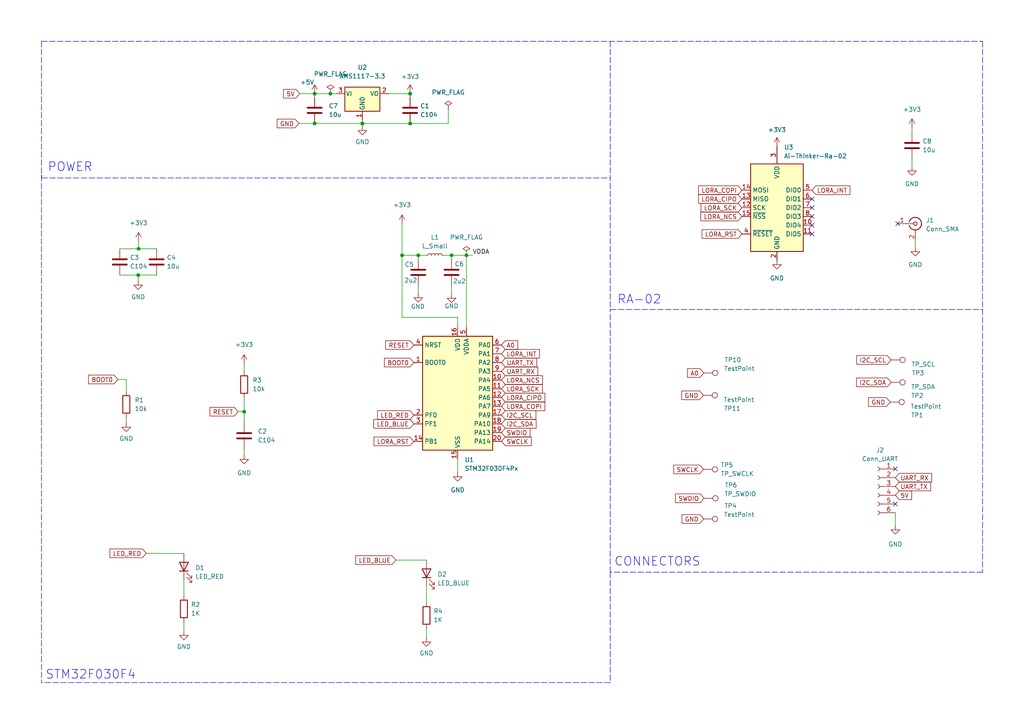
<source format=kicad_sch>
(kicad_sch (version 20211123) (generator eeschema)
  (paper "A4")
  (title_block (title "Dongle") (date "2022-12-22") (rev "v1.0") (company "skuodi"))
  (lib_symbols
    (symbol "Connector:Conn_01x06_Female" (pin_names (offset 1.016) hide)
      (property "Reference" "J" (at 0 7.62 0))
      (property "Value" "Conn_01x06_Female" (at 0 -10.16 0))
      (symbol "Conn_01x06_Female_1_1"
        (arc (start 0 -7.112) (mid -0.508 -7.62) (end 0 -8.128) (stroke (width 0.1524)))
        (arc (start 0 -4.572) (mid -0.508 -5.08) (end 0 -5.588) (stroke (width 0.1524)))
        (arc (start 0 -2.032) (mid -0.508 -2.54) (end 0 -3.048) (stroke (width 0.1524)))
        (polyline (pts (xy -1.27 -7.62) (xy -0.508 -7.62)) (stroke (width 0.1524)))
        (polyline (pts (xy -1.27 -5.08) (xy -0.508 -5.08)) (stroke (width 0.1524)))
        (polyline (pts (xy -1.27 -2.54) (xy -0.508 -2.54)) (stroke (width 0.1524)))
        (polyline (pts (xy -1.27 0) (xy -0.508 0)) (stroke (width 0.1524)))
        (polyline (pts (xy -1.27 2.54) (xy -0.508 2.54)) (stroke (width 0.1524)))
        (polyline (pts (xy -1.27 5.08) (xy -0.508 5.08)) (stroke (width 0.1524)))
        (arc (start 0 0.508) (mid -0.508 0) (end 0 -0.508) (stroke (width 0.1524)))
        (arc (start 0 3.048) (mid -0.508 2.54) (end 0 2.032) (stroke (width 0.1524)))
        (arc (start 0 5.588) (mid -0.508 5.08) (end 0 4.572) (stroke (width 0.1524)))
        (pin passive line (at -5.08 5.08 0) (length 3.81) (name "Pin_1") (number "1"))
        (pin passive line (at -5.08 2.54 0) (length 3.81) (name "Pin_2") (number "2"))
        (pin passive line (at -5.08 0 0) (length 3.81) (name "Pin_3") (number "3"))
        (pin passive line (at -5.08 -2.54 0) (length 3.81) (name "Pin_4") (number "4"))
        (pin passive line (at -5.08 -5.08 0) (length 3.81) (name "Pin_5") (number "5"))
        (pin passive line (at -5.08 -7.62 0) (length 3.81) (name "Pin_6") (number "6"))
      )
    )
    (symbol "Connector:Conn_Coaxial" (pin_names (offset 1.016) hide)
      (property "Reference" "J" (at 0.254 3.048 0))
      (property "Value" "Conn_Coaxial" (at 2.921 0 90))
      (symbol "Conn_Coaxial_0_1"
        (arc (start -1.778 -0.508) (mid 0.2311 -1.8066) (end 1.778 0) (stroke (width 0.254)))
        (polyline (pts (xy -2.54 0) (xy -0.508 0)))
        (polyline (pts (xy 0 -2.54) (xy 0 -1.778)))
        (circle (center 0 0) (radius 0.508) (stroke (width 0.2032)))
        (arc (start 1.778 0) (mid 0.2099 1.8101) (end -1.778 0.508) (stroke (width 0.254)))
      )
      (symbol "Conn_Coaxial_1_1"
        (pin passive line (at -5.08 0 0) (length 2.54) (name "In") (number "1"))
        (pin passive line (at 0 -5.08 90) (length 2.54) (name "Ext") (number "2"))
      )
    )
    (symbol "Connector:TestPoint" (pin_numbers hide) (pin_names (offset 0.762) hide)
      (property "Reference" "TP" (at 0 6.858 0))
      (property "Value" "TestPoint" (at 0 5.08 0))
      (symbol "TestPoint_0_1"
        (circle (center 0 3.302) (radius 0.762))
      )
      (symbol "TestPoint_1_1"
        (pin passive line (at 0 0 90) (length 2.54) (name "1") (number "1"))
      )
    )
    (symbol "Device:C" (pin_numbers hide) (pin_names (offset 0.254))
      (property "Reference" "C" (at 0.635 2.54 0))
      (property "Value" "C" (at 0.635 -2.54 0))
      (symbol "C_0_1"
        (polyline (pts (xy -2.032 -0.762) (xy 2.032 -0.762)) (stroke (width 0.508)))
        (polyline (pts (xy -2.032 0.762) (xy 2.032 0.762)) (stroke (width 0.508)))
      )
      (symbol "C_1_1"
        (pin passive line (at 0 3.81 270) (length 2.794) (name "~") (number "1"))
        (pin passive line (at 0 -3.81 90) (length 2.794) (name "~") (number "2"))
      )
    )
    (symbol "Device:LED" (pin_numbers hide) (pin_names (offset 1.016) hide)
      (property "Reference" "D" (at 0 2.54 0))
      (property "Value" "LED" (at 0 -2.54 0))
      (symbol "LED_0_1"
        (polyline (pts (xy -1.27 -1.27) (xy -1.27 1.27)) (stroke (width 0.254)))
        (polyline (pts (xy -1.27 0) (xy 1.27 0)))
        (polyline (pts (xy 1.27 -1.27) (xy 1.27 1.27) (xy -1.27 0) (xy 1.27 -1.27)) (stroke (width 0.254)))
        (polyline (pts (xy -3.048 -0.762) (xy -4.572 -2.286) (xy -3.81 -2.286) (xy -4.572 -2.286) (xy -4.572 -1.524)))
        (polyline (pts (xy -1.778 -0.762) (xy -3.302 -2.286) (xy -2.54 -2.286) (xy -3.302 -2.286) (xy -3.302 -1.524)))
      )
      (symbol "LED_1_1"
        (pin passive line (at -3.81 0 0) (length 2.54) (name "K") (number "1"))
        (pin passive line (at 3.81 0 180) (length 2.54) (name "A") (number "2"))
      )
    )
    (symbol "Device:L_Small" (pin_numbers hide) (pin_names (offset 0.254) hide)
      (property "Reference" "L" (at 0.762 1.016 0))
      (property "Value" "L_Small" (at 0.762 -1.016 0))
      (symbol "L_Small_0_1"
        (arc (start 0 -2.032) (mid 0.508 -1.524) (end 0 -1.016))
        (arc (start 0 -1.016) (mid 0.508 -0.508) (end 0 0))
        (arc (start 0 0) (mid 0.508 0.508) (end 0 1.016))
        (arc (start 0 1.016) (mid 0.508 1.524) (end 0 2.032))
      )
      (symbol "L_Small_1_1"
        (pin passive line (at 0 2.54 270) (length 0.508) (name "~") (number "1"))
        (pin passive line (at 0 -2.54 90) (length 0.508) (name "~") (number "2"))
      )
    )
    (symbol "Device:R" (pin_numbers hide) (pin_names (offset 0))
      (property "Reference" "R" (at 2.032 0 90))
      (property "Value" "R" (at 0 0 90))
      (symbol "R_0_1"
        (rectangle (start -1.016 -2.54) (end 1.016 2.54) (stroke (width 0.254)))
      )
      (symbol "R_1_1"
        (pin passive line (at 0 3.81 270) (length 1.27) (name "~") (number "1"))
        (pin passive line (at 0 -3.81 90) (length 1.27) (name "~") (number "2"))
      )
    )
    (symbol "MCU_ST_STM32F0:STM32F030F4Px"
      (property "Reference" "U" (at -10.16 16.51 0))
      (property "Value" "STM32F030F4Px" (at 5.08 16.51 0))
      (symbol "STM32F030F4Px_0_1"
        (rectangle (start -10.16 -17.78) (end 10.16 15.24) (stroke (width 0.254)) (fill (type background)))
      )
      (symbol "STM32F030F4Px_1_1"
        (pin input line (at -12.7 7.62 0) (length 2.54) (name "BOOT0") (number "1"))
        (pin bidirectional line (at 12.7 2.54 180) (length 2.54) (name "PA4") (number "10"))
        (pin bidirectional line (at 12.7 0 180) (length 2.54) (name "PA5") (number "11"))
        (pin bidirectional line (at 12.7 -2.54 180) (length 2.54) (name "PA6") (number "12"))
        (pin bidirectional line (at 12.7 -5.08 180) (length 2.54) (name "PA7") (number "13"))
        (pin bidirectional line (at -12.7 -15.24 0) (length 2.54) (name "PB1") (number "14"))
        (pin power_in line (at 0 -20.32 90) (length 2.54) (name "VSS") (number "15"))
        (pin power_in line (at 0 17.78 270) (length 2.54) (name "VDD") (number "16"))
        (pin bidirectional line (at 12.7 -7.62 180) (length 2.54) (name "PA9") (number "17"))
        (pin bidirectional line (at 12.7 -10.16 180) (length 2.54) (name "PA10") (number "18"))
        (pin bidirectional line (at 12.7 -12.7 180) (length 2.54) (name "PA13") (number "19"))
        (pin input line (at -12.7 -7.62 0) (length 2.54) (name "PF0") (number "2"))
        (pin bidirectional line (at 12.7 -15.24 180) (length 2.54) (name "PA14") (number "20"))
        (pin input line (at -12.7 -10.16 0) (length 2.54) (name "PF1") (number "3"))
        (pin input line (at -12.7 12.7 0) (length 2.54) (name "NRST") (number "4"))
        (pin power_in line (at 2.54 17.78 270) (length 2.54) (name "VDDA") (number "5"))
        (pin bidirectional line (at 12.7 12.7 180) (length 2.54) (name "PA0") (number "6"))
        (pin bidirectional line (at 12.7 10.16 180) (length 2.54) (name "PA1") (number "7"))
        (pin bidirectional line (at 12.7 7.62 180) (length 2.54) (name "PA2") (number "8"))
        (pin bidirectional line (at 12.7 5.08 180) (length 2.54) (name "PA3") (number "9"))
      )
    )
    (symbol "RF_Module:Ai-Thinker-Ra-02"
      (property "Reference" "U" (at 2.54 19.05 0))
      (property "Value" "Ai-Thinker-Ra-02" (at 13.97 -15.24 0))
      (symbol "Ai-Thinker-Ra-02_0_1"
        (rectangle (start -7.62 12.7) (end 7.62 -12.7) (stroke (width 0.254)) (fill (type background)))
      )
      (symbol "Ai-Thinker-Ra-02_1_1"
        (pin passive line (at 0 -15.24 90) (length 2.54) hide (name "GND") (number "1"))
        (pin bidirectional line (at 10.16 -5.08 180) (length 2.54) (name "DIO4") (number "10"))
        (pin bidirectional line (at 10.16 -7.62 180) (length 2.54) (name "DIO5") (number "11"))
        (pin input line (at -10.16 0 0) (length 2.54) (name "SCK") (number "12"))
        (pin output line (at -10.16 2.54 0) (length 2.54) (name "MISO") (number "13"))
        (pin input line (at -10.16 5.08 0) (length 2.54) (name "MOSI") (number "14"))
        (pin input line (at -10.16 -2.54 0) (length 2.54) (name "~{NSS}") (number "15"))
        (pin passive line (at 0 -15.24 90) (length 2.54) hide (name "GND") (number "16"))
        (pin power_in line (at 0 -15.24 90) (length 2.54) (name "GND") (number "2"))
        (pin power_in line (at 0 17.78 270) (length 5.08) (name "VDD") (number "3"))
        (pin input line (at -10.16 -7.62 0) (length 2.54) (name "~{RESET}") (number "4"))
        (pin bidirectional line (at 10.16 5.08 180) (length 2.54) (name "DIO0") (number "5"))
        (pin bidirectional line (at 10.16 2.54 180) (length 2.54) (name "DIO1") (number "6"))
        (pin bidirectional line (at 10.16 0 180) (length 2.54) (name "DIO2") (number "7"))
        (pin bidirectional line (at 10.16 -2.54 180) (length 2.54) (name "DIO3") (number "8"))
        (pin passive line (at 0 -15.24 90) (length 2.54) hide (name "GND") (number "9"))
      )
    )
    (symbol "Regulator_Linear:AMS1117-3.3" (pin_names (offset 0.254))
      (property "Reference" "U" (at -3.81 3.175 0))
      (property "Value" "AMS1117-3.3" (at 0 3.175 0))
      (symbol "AMS1117-3.3_0_1"
        (rectangle (start -5.08 -5.08) (end 5.08 1.905) (stroke (width 0.254)) (fill (type background)))
      )
      (symbol "AMS1117-3.3_1_1"
        (pin power_in line (at 0 -7.62 90) (length 2.54) (name "GND") (number "1"))
        (pin power_out line (at 7.62 0 180) (length 2.54) (name "VO") (number "2"))
        (pin power_in line (at -7.62 0 0) (length 2.54) (name "VI") (number "3"))
      )
    )
    (symbol "power:+3.3V" (power) (pin_names (offset 0))
      (property "Value" "+3.3V" (at 0 3.556 0))
      (symbol "+3.3V_0_1"
        (polyline (pts (xy -0.762 1.27) (xy 0 2.54)))
        (polyline (pts (xy 0 0) (xy 0 2.54)))
        (polyline (pts (xy 0 2.54) (xy 0.762 1.27)))
      )
      (symbol "+3.3V_1_1"
        (pin power_in line (at 0 0 90) (length 0) hide (name "+3V3") (number "1"))
      )
    )
    (symbol "power:+3V3" (power) (pin_names (offset 0))
      (property "Value" "+3V3" (at 0 3.556 0))
      (symbol "+3V3_0_1"
        (polyline (pts (xy -0.762 1.27) (xy 0 2.54)))
        (polyline (pts (xy 0 0) (xy 0 2.54)))
        (polyline (pts (xy 0 2.54) (xy 0.762 1.27)))
      )
      (symbol "+3V3_1_1"
        (pin power_in line (at 0 0 90) (length 0) hide (name "+3V3") (number "1"))
      )
    )
    (symbol "power:+5V" (power) (pin_names (offset 0))
      (property "Value" "+5V" (at 0 3.556 0))
      (symbol "+5V_0_1"
        (polyline (pts (xy -0.762 1.27) (xy 0 2.54)))
        (polyline (pts (xy 0 0) (xy 0 2.54)))
        (polyline (pts (xy 0 2.54) (xy 0.762 1.27)))
      )
      (symbol "+5V_1_1"
        (pin power_in line (at 0 0 90) (length 0) hide (name "+5V") (number "1"))
      )
    )
    (symbol "power:GND" (power) (pin_names (offset 0))
      (property "Value" "GND" (at 0 -3.81 0))
      (symbol "GND_0_1"
        (polyline (pts (xy 0 0) (xy 0 -1.27) (xy 1.27 -1.27) (xy 0 -2.54) (xy -1.27 -1.27) (xy 0 -1.27)))
      )
      (symbol "GND_1_1"
        (pin power_in line (at 0 0 270) (length 0) hide (name "GND") (number "1"))
      )
    )
    (symbol "power:PWR_FLAG" (power) (pin_numbers hide) (pin_names (offset 0) hide)
      (property "Value" "PWR_FLAG" (at 0 3.81 0))
      (symbol "PWR_FLAG_0_0"
        (pin power_out line (at 0 0 90) (length 0) (name "pwr") (number "1"))
      )
      (symbol "PWR_FLAG_0_1"
        (polyline (pts (xy 0 0) (xy 0 1.27) (xy -1.016 1.905) (xy 0 2.54) (xy 1.016 1.905) (xy 0 1.27)))
      )
    )
  )
  (junction (at 121.3104 74.041))
  (junction (at 105.1052 35.8167))
  (junction (at 95.8342 27.178))
  (junction (at 40.1847 72.1614))
  (junction (at 105.1052 35.814))
  (junction (at 91.2622 35.814))
  (junction (at 40.0812 79.7814))
  (junction (at 116.6114 74.041))
  (junction (at 135.2804 74.041))
  (junction (at 130.9624 74.041))
  (junction (at 91.2622 27.178))
  (junction (at 70.8152 119.4101))
  (junction (at 118.9482 35.8167))
  (junction (at 118.9482 27.178))
  (junction (at 118.9482 27.1807))
  (no_connect (at 260.4008 64.8716))
  (no_connect (at 235.5088 67.8688))
  (no_connect (at 235.5088 60.2488))
  (no_connect (at 235.5088 62.7888))
  (no_connect (at 235.5088 65.3288))
  (no_connect (at 235.5088 57.7088))
  (no_connect (at 259.6896 146.177))
  (no_connect (at 259.6896 136.017))
  (polyline (pts (xy 12.0904 51.6128) (xy 176.9872 51.6128)))
  (wire (pts (xy 40.1847 72.1614) (xy 45.4152 72.1614)))
  (wire (pts (xy 105.1052 34.798) (xy 105.1052 35.814)))
  (wire (pts (xy 34.7472 72.1614) (xy 40.1847 72.1614)))
  (wire (pts (xy 118.9482 27.178) (xy 118.9482 27.1807)))
  (wire (pts (xy 132.7404 94.996) (xy 132.7404 92.0273)))
  (wire (pts (xy 118.9482 27.1807) (xy 118.9482 28.1967)))
  (wire (pts (xy 40.1847 70.0024) (xy 40.1847 72.1614)))
  (wire (pts (xy 116.6114 74.041) (xy 121.3104 74.041)))
  (wire (pts (xy 116.6114 74.041) (xy 116.6114 92.0273)))
  (wire (pts (xy 130.9624 82.804) (xy 130.9624 85.217)))
  (polyline (pts (xy 284.988 165.9636) (xy 176.9872 165.9636)))
  (wire (pts (xy 132.7404 137.033) (xy 132.7404 133.096)))
  (wire (pts (xy 121.3104 74.041) (xy 121.3104 75.184)))
  (wire (pts (xy 42.418 160.4811) (xy 53.34 160.5534)))
  (wire (pts (xy 91.2622 27.178) (xy 91.2622 28.194)))
  (wire (pts (xy 259.6896 152.4) (xy 259.6896 148.717)))
  (wire (pts (xy 114.808 162.4545) (xy 123.698 162.4545)))
  (polyline (pts (xy 176.9872 197.9676) (xy 12.0396 197.9676)))
  (wire (pts (xy 36.6268 122.6312) (xy 36.6268 121.1072)))
  (wire (pts (xy 116.6114 92.0273) (xy 132.7404 92.0273)))
  (wire (pts (xy 70.8152 119.4101) (xy 70.8152 122.5804)))
  (wire (pts (xy 69.0786 119.4101) (xy 70.8152 119.4101)))
  (wire (pts (xy 264.5156 46.0248) (xy 264.5156 48.3108)))
  (wire (pts (xy 265.4808 69.9516) (xy 265.4808 71.7296)))
  (wire (pts (xy 130.9624 74.041) (xy 128.6764 74.041)))
  (wire (pts (xy 91.2622 35.814) (xy 105.1052 35.814)))
  (wire (pts (xy 70.8152 115.3414) (xy 70.8152 119.4101)))
  (wire (pts (xy 123.5964 74.041) (xy 121.3104 74.041)))
  (wire (pts (xy 264.5156 37.0332) (xy 264.5156 38.4048)))
  (wire (pts (xy 118.9482 35.8167) (xy 105.1052 35.8167)))
  (wire (pts (xy 91.2622 27.178) (xy 95.8342 27.178)))
  (polyline (pts (xy 176.9872 11.9888) (xy 176.9872 89.7636)))
  (wire (pts (xy 130.0157 35.8167) (xy 118.9482 35.8167)))
  (wire (pts (xy 105.1052 35.814) (xy 105.1052 35.8167)))
  (wire (pts (xy 53.34 168.1734) (xy 53.34 172.8001)))
  (wire (pts (xy 137.0584 74.041) (xy 135.2804 74.041)))
  (wire (pts (xy 135.2804 94.996) (xy 135.2804 74.041)))
  (polyline (pts (xy 176.9872 89.7636) (xy 284.988 89.7636)))
  (polyline (pts (xy 12.0396 11.9888) (xy 284.988 11.9888)))
  (polyline (pts (xy 284.988 11.9888) (xy 284.988 165.9636)))
  (wire (pts (xy 86.6902 35.814) (xy 91.2622 35.814)))
  (wire (pts (xy 130.0157 31.8768) (xy 130.0157 35.8167)))
  (wire (pts (xy 95.8342 27.178) (xy 97.4852 27.178)))
  (polyline (pts (xy 176.9872 165.9636) (xy 176.9872 89.7636)))
  (wire (pts (xy 70.8152 105.4354) (xy 70.8152 107.7214)))
  (wire (pts (xy 34.2138 110.0582) (xy 36.6268 110.0582)))
  (wire (pts (xy 40.0812 79.7814) (xy 45.4152 79.7814)))
  (wire (pts (xy 112.7252 27.178) (xy 118.9482 27.178)))
  (wire (pts (xy 53.34 183.0324) (xy 53.34 180.4201)))
  (wire (pts (xy 123.698 184.9335) (xy 123.698 182.3212)))
  (wire (pts (xy 36.6268 110.0582) (xy 36.6268 113.4872)))
  (polyline (pts (xy 176.9872 165.9636) (xy 176.9872 197.9676)))
  (wire (pts (xy 86.9442 27.178) (xy 91.2622 27.178)))
  (polyline (pts (xy 12.0396 11.9888) (xy 12.0396 197.9676)))
  (wire (pts (xy 121.3104 82.804) (xy 121.3104 85.09)))
  (wire (pts (xy 40.0812 79.7814) (xy 40.0812 81.4324)))
  (polyline (pts (xy 12.0904 50.7492) (xy 12.0904 51.6128)))
  (wire (pts (xy 105.1052 35.8167) (xy 105.1052 36.576)))
  (wire (pts (xy 130.9624 75.184) (xy 130.9624 74.041)))
  (wire (pts (xy 40.0812 79.7814) (xy 34.7472 79.7814)))
  (wire (pts (xy 70.8152 131.9784) (xy 70.8152 130.2004)))
  (wire (pts (xy 123.698 170.0745) (xy 123.698 174.7012)))
  (wire (pts (xy 116.6114 64.897) (xy 116.6114 74.041)))
  (wire (pts (xy 135.2804 74.041) (xy 130.9624 74.041)))
  (text "STM32F030F4" (at 13.1572 197.2564 0) (effects (font (size 2.54 2.54)) (justify left bottom)))
  (text "CONNECTORS\n" (at 178.1048 164.4904 0) (effects (font (size 2.54 2.54)) (justify left bottom)))
  (text "RA-02\n" (at 178.9684 88.4428 0) (effects (font (size 2.54 2.54)) (justify left bottom)))
  (text "POWER" (at 13.7668 50.038 0) (effects (font (size 2.54 2.54)) (justify left bottom)))
  (label "VDDA" (at 137.0584 74.041 0))
  (global_label "I2C_SDA" (shape input) (at 258.4704 110.8964 180) (property "Intersheet References" "${INTERSHEET_REFS}" (effects hide)))
  (global_label "LORA_COPI" (shape input) (at 145.4404 117.856 0) (property "Intersheet References" "${INTERSHEET_REFS}" (effects hide)))
  (global_label "I2C_SDA" (shape input) (at 145.4404 122.936 0) (property "Intersheet References" "${INTERSHEET_REFS}" (effects hide)))
  (global_label "I2C_SCL" (shape input) (at 145.4404 120.396 0) (property "Intersheet References" "${INTERSHEET_REFS}" (effects hide)))
  (global_label "SWCLK" (shape input) (at 145.4404 128.016 0) (property "Intersheet References" "${INTERSHEET_REFS}" (effects hide)))
  (global_label "UART_RX" (shape input) (at 145.4404 107.696 0) (property "Intersheet References" "${INTERSHEET_REFS}" (effects hide)))
  (global_label "A0" (shape input) (at 204.1398 108.1786 180) (property "Intersheet References" "${INTERSHEET_REFS}" (effects hide)))
  (global_label "RESET" (shape input) (at 69.0786 119.4101 180) (property "Intersheet References" "${INTERSHEET_REFS}" (effects hide)))
  (global_label "BOOT0" (shape input) (at 120.0404 105.156 180) (property "Intersheet References" "${INTERSHEET_REFS}" (effects hide)))
  (global_label "LORA_COPI" (shape input) (at 215.1888 55.1688 180) (property "Intersheet References" "${INTERSHEET_REFS}" (effects hide)))
  (global_label "LORA_CIPO" (shape input) (at 145.4404 115.316 0) (property "Intersheet References" "${INTERSHEET_REFS}" (effects hide)))
  (global_label "UART_RX" (shape input) (at 259.6896 138.557 0) (property "Intersheet References" "${INTERSHEET_REFS}" (effects hide)))
  (global_label "GND" (shape input) (at 204.0128 114.6556 180) (property "Intersheet References" "${INTERSHEET_REFS}" (effects hide)))
  (global_label "SWDIO" (shape input) (at 145.4404 125.476 0) (property "Intersheet References" "${INTERSHEET_REFS}" (effects hide)))
  (global_label "RESET" (shape input) (at 120.0404 100.076 180) (property "Intersheet References" "${INTERSHEET_REFS}" (effects hide)))
  (global_label "LORA_RST" (shape input) (at 215.1888 67.8688 180) (property "Intersheet References" "${INTERSHEET_REFS}" (effects hide)))
  (global_label "LED_BLUE" (shape input) (at 114.808 162.4545 180) (property "Intersheet References" "${INTERSHEET_REFS}" (effects hide)))
  (global_label "LORA_SCK" (shape input) (at 145.4404 112.776 0) (property "Intersheet References" "${INTERSHEET_REFS}" (effects hide)))
  (global_label "GND" (shape input) (at 204.089 150.5204 180) (property "Intersheet References" "${INTERSHEET_REFS}" (effects hide)))
  (global_label "UART_TX" (shape input) (at 145.4404 105.156 0) (property "Intersheet References" "${INTERSHEET_REFS}" (effects hide)))
  (global_label "LED_RED" (shape input) (at 120.0404 120.396 180) (property "Intersheet References" "${INTERSHEET_REFS}" (effects hide)))
  (global_label "LORA_SCK" (shape input) (at 215.1888 60.2488 180) (property "Intersheet References" "${INTERSHEET_REFS}" (effects hide)))
  (global_label "LED_BLUE" (shape input) (at 120.0404 122.936 180) (property "Intersheet References" "${INTERSHEET_REFS}" (effects hide)))
  (global_label "GND" (shape input) (at 258.2164 116.6114 180) (property "Intersheet References" "${INTERSHEET_REFS}" (effects hide)))
  (global_label "LORA_NCS" (shape input) (at 215.1888 62.7888 180) (property "Intersheet References" "${INTERSHEET_REFS}" (effects hide)))
  (global_label "SWDIO" (shape input) (at 204.216 144.526 180) (property "Intersheet References" "${INTERSHEET_REFS}" (effects hide)))
  (global_label "LORA_NCS" (shape input) (at 145.4404 110.236 0) (property "Intersheet References" "${INTERSHEET_REFS}" (effects hide)))
  (global_label "I2C_SCL" (shape input) (at 258.4704 104.394 180) (property "Intersheet References" "${INTERSHEET_REFS}" (effects hide)))
  (global_label "BOOT0" (shape input) (at 34.2138 110.0582 180) (property "Intersheet References" "${INTERSHEET_REFS}" (effects hide)))
  (global_label "A0" (shape input) (at 145.4404 100.076 0) (property "Intersheet References" "${INTERSHEET_REFS}" (effects hide)))
  (global_label "LED_RED" (shape input) (at 42.418 160.4811 180) (property "Intersheet References" "${INTERSHEET_REFS}" (effects hide)))
  (global_label "LORA_CIPO" (shape input) (at 215.1888 57.7088 180) (property "Intersheet References" "${INTERSHEET_REFS}" (effects hide)))
  (global_label "LORA_INT" (shape input) (at 145.4404 102.616 0) (property "Intersheet References" "${INTERSHEET_REFS}" (effects hide)))
  (global_label "SWCLK" (shape input) (at 204.0636 136.144 180) (property "Intersheet References" "${INTERSHEET_REFS}" (effects hide)))
  (global_label "LORA_INT" (shape input) (at 235.5088 55.1688 0) (property "Intersheet References" "${INTERSHEET_REFS}" (effects hide)))
  (global_label "GND" (shape input) (at 86.6902 35.814 180) (property "Intersheet References" "${INTERSHEET_REFS}" (effects hide)))
  (global_label "UART_TX" (shape input) (at 259.6896 141.097 0) (property "Intersheet References" "${INTERSHEET_REFS}" (effects hide)))
  (global_label "LORA_RST" (shape input) (at 120.0404 128.016 180) (property "Intersheet References" "${INTERSHEET_REFS}" (effects hide)))
  (global_label "5V" (shape input) (at 259.6896 143.637 0) (property "Intersheet References" "${INTERSHEET_REFS}" (effects hide)))
  (global_label "5V" (shape input) (at 86.9442 27.178 180) (property "Intersheet References" "${INTERSHEET_REFS}" (effects hide)))
  (symbol (lib_id "power:+5V") (at 91.2622 27.178 0) (unit 1)
    (property "Reference" "#PWR012" (effects hide))
    (property "Value" "+5V" (at 89.1032 23.876 0))
  )
  (symbol (lib_id "power:+3.3V") (at 116.6114 64.897 0) (unit 1)
    (property "Reference" "#PWR07" (effects hide))
    (property "Value" "+3.3V" (at 116.6114 59.436 0))
  )
  (symbol (lib_id "Device:R") (at 53.34 176.6101 0) (unit 1)
    (property "Reference" "R2" (at 55.372 175.34 0) (effects (justify left)))
    (property "Value" "1K" (at 55.372 177.88 0) (effects (justify left)))
    (property "Footprint" "Resistor_SMD:R_0805_2012Metric_Pad1.20x1.40mm_HandSolder" (effects hide))
  )
  (symbol (lib_id "Connector:TestPoint") (at 258.4704 104.394 270) (unit 1)
    (property "Reference" "TP3" (at 264.4394 108.204 90) (effects (justify left)))
    (property "Value" "TP_SCL" (at 264.3124 105.6639 90) (effects (justify left)))
    (property "Footprint" "TestPoint:TestPoint_Pad_D1.5mm" (effects hide))
  )
  (symbol (lib_id "Connector:TestPoint") (at 258.2164 116.6114 270) (unit 1)
    (property "Reference" "TP1" (at 264.1854 120.4214 90) (effects (justify left)))
    (property "Value" "TestPoint" (at 264.0584 117.8813 90) (effects (justify left)))
    (property "Footprint" "TestPoint:TestPoint_Pad_D1.5mm" (effects hide))
  )
  (symbol (lib_id "Connector:TestPoint") (at 204.0128 114.6556 270) (unit 1)
    (property "Reference" "TP11" (at 209.9818 118.4656 90) (effects (justify left)))
    (property "Value" "TestPoint" (at 209.8548 115.9255 90) (effects (justify left)))
    (property "Footprint" "TestPoint:TestPoint_Pad_D1.5mm" (effects hide))
  )
  (symbol (lib_id "MCU_ST_STM32F0:STM32F030F4Px") (at 132.7404 112.776 0) (unit 1)
    (property "Reference" "U1" (at 134.7598 133.35 0) (effects (justify left)))
    (property "Value" "STM32F030F4Px" (at 134.7598 135.89 0) (effects (justify left)))
    (property "Footprint" "Package_SO:TSSOP-20_4.4x6.5mm_P0.65mm" (effects hide))
    (property "Datasheet" "http://www.st.com/st-web-ui/static/active/en/resource/technical/document/datasheet/DM00088500.pdf" (effects hide))
  )
  (symbol (lib_id "power:GND") (at 36.6268 122.6312 0) (unit 1)
    (property "Reference" "#PWR01" (effects hide))
    (property "Value" "GND" (at 36.6268 127.2032 0))
  )
  (symbol (lib_id "power:PWR_FLAG") (at 135.2804 74.041 0) (unit 1)
    (property "Reference" "#FLG02" (effects hide))
    (property "Value" "PWR_FLAG" (at 135.2804 68.834 0))
  )
  (symbol (lib_id "power:+3.3V") (at 118.9482 27.178 0) (unit 1)
    (property "Reference" "#PWR015" (effects hide))
    (property "Value" "+3.3V" (at 118.9482 22.225 0))
  )
  (symbol (lib_id "power:GND") (at 40.0812 81.4324 0) (unit 1)
    (property "Reference" "#PWR03" (effects hide))
    (property "Value" "GND" (at 40.0812 86.1314 0))
  )
  (symbol (lib_id "Device:C") (at 118.9482 32.0067 0) (unit 1)
    (property "Reference" "C1" (at 121.8692 30.7366 0) (effects (justify left)))
    (property "Value" "C104" (at 121.8692 33.2766 0) (effects (justify left)))
    (property "Footprint" "Capacitor_SMD:C_0805_2012Metric_Pad1.18x1.45mm_HandSolder" (effects hide))
  )
  (symbol (lib_id "power:GND") (at 259.6896 152.4 0) (unit 1)
    (property "Reference" "#PWR014" (effects hide))
    (property "Value" "GND" (at 259.6896 157.861 0))
  )
  (symbol (lib_id "Device:L_Small") (at 126.1364 74.041 90) (unit 1)
    (property "Reference" "L1" (at 126.1364 68.834 90))
    (property "Value" "L_Small" (at 126.1364 71.374 90))
    (property "Footprint" "Inductor_SMD:L_0805_2012Metric_Pad1.15x1.40mm_HandSolder" (effects hide))
  )
  (symbol (lib_id "power:+3V3") (at 264.5156 37.0332 0) (unit 1)
    (property "Reference" "#PWR?" (effects hide))
    (property "Value" "+3V3" (at 264.5156 31.75 0))
  )
  (symbol (lib_id "power:+3.3V") (at 40.1847 70.0024 0) (unit 1)
    (property "Reference" "#PWR04" (effects hide))
    (property "Value" "+3.3V" (at 40.1847 64.6684 0))
  )
  (symbol (lib_id "Device:C") (at 130.9624 78.994 0) (unit 1)
    (property "Reference" "C6" (at 131.8514 76.581 0) (effects (justify left)))
    (property "Value" "2u2" (at 131.3434 81.534 0) (effects (justify left)))
    (property "Footprint" "Capacitor_SMD:C_0805_2012Metric_Pad1.18x1.45mm_HandSolder" (effects hide))
  )
  (symbol (lib_id "power:+3.3V") (at 70.8152 105.4354 0) (unit 1)
    (property "Reference" "#PWR05" (effects hide))
    (property "Value" "+3.3V" (at 70.8152 99.9744 0))
  )
  (symbol (lib_id "power:GND") (at 123.698 184.9335 0) (unit 1)
    (property "Reference" "#PWR011" (effects hide))
    (property "Value" "GND" (at 123.698 189.4508 0))
  )
  (symbol (lib_id "power:GND") (at 53.34 183.0324 0) (unit 1)
    (property "Reference" "#PWR02" (effects hide))
    (property "Value" "GND" (at 53.34 187.5497 0))
  )
  (symbol (lib_id "Connector:Conn_01x06_Female") (at 254.6096 141.097 0) (mirror y) (unit 1)
    (property "Reference" "J2" (at 255.2446 130.556 0))
    (property "Value" "Conn_UART" (at 255.2446 133.096 0))
    (property "Footprint" "Connector_PinSocket_2.54mm:PinSocket_1x06_P2.54mm_Horizontal" (effects hide))
  )
  (symbol (lib_id "Device:LED") (at 53.34 164.3634 90) (unit 1)
    (property "Reference" "D1" (at 56.642 164.6808 90) (effects (justify right)))
    (property "Value" "LED_RED" (at 56.642 167.2208 90) (effects (justify right)))
    (property "Footprint" "LED_SMD:LED_0805_2012Metric_Pad1.15x1.40mm_HandSolder" (effects hide))
  )
  (symbol (lib_id "power:PWR_FLAG") (at 130.0157 31.8768 0) (mirror y) (unit 1)
    (property "Reference" "#FLG01" (effects hide))
    (property "Value" "PWR_FLAG" (at 130.0157 26.7968 0))
  )
  (symbol (lib_id "Device:C") (at 70.8152 126.3904 0) (unit 1)
    (property "Reference" "C2" (at 74.7522 125.1203 0) (effects (justify left)))
    (property "Value" "C104" (at 74.7522 127.6603 0) (effects (justify left)))
    (property "Footprint" "Capacitor_SMD:C_0805_2012Metric_Pad1.18x1.45mm_HandSolder" (effects hide))
  )
  (symbol (lib_id "power:GND") (at 121.3104 85.09 0) (unit 1)
    (property "Reference" "#PWR08" (effects hide))
    (property "Value" "GND" (at 121.1834 88.9 0))
  )
  (symbol (lib_id "Connector:TestPoint") (at 204.089 150.5204 270) (mirror x) (unit 1)
    (property "Reference" "TP4" (at 210.058 146.7104 90) (effects (justify left)))
    (property "Value" "TestPoint" (at 209.931 149.2505 90) (effects (justify left)))
    (property "Footprint" "TestPoint:TestPoint_Pad_D1.5mm" (effects hide))
  )
  (symbol (lib_id "power:PWR_FLAG") (at 95.8342 27.178 0) (unit 1)
    (property "Reference" "#FLG03" (effects hide))
    (property "Value" "PWR_FLAG" (at 95.8342 21.463 0))
  )
  (symbol (lib_id "Connector:TestPoint") (at 204.1398 108.1786 270) (mirror x) (unit 1)
    (property "Reference" "TP10" (at 210.1088 104.3686 90) (effects (justify left)))
    (property "Value" "TestPoint" (at 209.9818 106.9087 90) (effects (justify left)))
    (property "Footprint" "TestPoint:TestPoint_Pad_D1.5mm" (effects hide))
  )
  (symbol (lib_id "Connector:Conn_Coaxial") (at 265.4808 64.8716 0) (unit 1)
    (property "Reference" "J1" (at 268.5288 63.8947 0) (effects (justify left)))
    (property "Value" "Conn_SMA" (at 268.5288 66.4347 0) (effects (justify left)))
    (property "Footprint" "Connector_Coaxial:SMA_Amphenol_901-144_Vertical" (effects hide))
    (property "Datasheet" " ~" (effects hide))
  )
  (symbol (lib_id "Device:C") (at 121.3104 78.994 0) (unit 1)
    (property "Reference" "C5" (at 117.3734 76.708 0) (effects (justify left)))
    (property "Value" "2u2" (at 117.2464 81.28 0) (effects (justify left)))
    (property "Footprint" "Capacitor_SMD:C_0805_2012Metric_Pad1.18x1.45mm_HandSolder" (effects hide))
  )
  (symbol (lib_id "Connector:TestPoint") (at 204.0636 136.144 270) (unit 1)
    (property "Reference" "TP5" (at 209.0166 134.8739 90) (effects (justify left)))
    (property "Value" "TP_SWCLK" (at 209.0166 137.4139 90) (effects (justify left)))
    (property "Footprint" "TestPoint:TestPoint_Pad_D1.5mm" (effects hide))
  )
  (symbol (lib_id "Device:C") (at 45.4152 75.9714 0) (unit 1)
    (property "Reference" "C4" (at 48.3362 74.7013 0) (effects (justify left)))
    (property "Value" "10u" (at 48.3362 77.2413 0) (effects (justify left)))
    (property "Footprint" "Capacitor_SMD:C_0805_2012Metric_Pad1.18x1.45mm_HandSolder" (effects hide))
  )
  (symbol (lib_id "RF_Module:Ai-Thinker-Ra-02") (at 225.3488 60.2488 0) (unit 1)
    (property "Reference" "U3" (at 227.3682 42.7228 0) (effects (justify left)))
    (property "Value" "Ai-Thinker-Ra-02" (at 227.3682 45.2628 0) (effects (justify left)))
    (property "Footprint" "RF_Module:Ai-Thinker-Ra-01-LoRa" (effects hide))
    (property "Datasheet" "http://wiki.ai-thinker.com/_media/lora/docs/c048ps01a1_ra-02_product_specification_v1.1.pdf" (effects hide))
  )
  (symbol (lib_id "Regulator_Linear:AMS1117-3.3") (at 105.1052 27.178 0) (unit 1)
    (property "Reference" "U2" (at 105.1052 19.558 0))
    (property "Value" "AMS1117-3.3" (at 105.1052 22.098 0))
    (property "Footprint" "Package_TO_SOT_SMD:SOT-223-3_TabPin2" (effects hide))
    (property "Datasheet" "http://www.advanced-monolithic.com/pdf/ds1117.pdf" (effects hide))
  )
  (symbol (lib_id "power:+3.3V") (at 225.3488 42.4688 0) (unit 1)
    (property "Reference" "#PWR016" (effects hide))
    (property "Value" "+3.3V" (at 225.3488 37.6428 0))
  )
  (symbol (lib_id "power:GND") (at 70.8152 131.9784 0) (unit 1)
    (property "Reference" "#PWR06" (effects hide))
    (property "Value" "GND" (at 70.8152 137.1854 0))
  )
  (symbol (lib_id "power:GND") (at 225.3488 75.4888 0) (unit 1)
    (property "Reference" "#PWR017" (effects hide))
    (property "Value" "GND" (at 225.3488 80.6958 0))
  )
  (symbol (lib_id "Device:C") (at 91.2622 32.004 0) (unit 1)
    (property "Reference" "C7" (at 95.3262 30.7339 0) (effects (justify left)))
    (property "Value" "10u" (at 95.3262 33.2739 0) (effects (justify left)))
    (property "Footprint" "Capacitor_SMD:C_0805_2012Metric_Pad1.18x1.45mm_HandSolder" (effects hide))
  )
  (symbol (lib_id "power:GND") (at 264.5156 48.3108 0) (unit 1)
    (property "Reference" "#PWR?" (effects hide))
    (property "Value" "GND" (at 264.5156 53.34 0))
  )
  (symbol (lib_id "power:GND") (at 265.4808 71.7296 0) (unit 1)
    (property "Reference" "#PWR?" (effects hide))
    (property "Value" "GND" (at 265.4808 76.7588 0))
  )
  (symbol (lib_id "power:GND") (at 105.1052 36.576 0) (mirror y) (unit 1)
    (property "Reference" "#PWR013" (effects hide))
    (property "Value" "GND" (at 105.1052 41.148 0))
  )
  (symbol (lib_id "Device:R") (at 123.698 178.5112 0) (unit 1)
    (property "Reference" "R4" (at 125.73 177.2411 0) (effects (justify left)))
    (property "Value" "1K" (at 125.73 179.7811 0) (effects (justify left)))
    (property "Footprint" "Resistor_SMD:R_0805_2012Metric_Pad1.20x1.40mm_HandSolder" (effects hide))
  )
  (symbol (lib_id "Device:R") (at 70.8152 111.5314 0) (unit 1)
    (property "Reference" "R3" (at 73.2282 110.2613 0) (effects (justify left)))
    (property "Value" "10k" (at 73.2282 112.8013 0) (effects (justify left)))
    (property "Footprint" "Resistor_SMD:R_0805_2012Metric_Pad1.20x1.40mm_HandSolder" (effects hide))
  )
  (symbol (lib_id "power:GND") (at 132.7404 137.033 0) (unit 1)
    (property "Reference" "#PWR010" (effects hide))
    (property "Value" "GND" (at 132.7404 142.113 0))
  )
  (symbol (lib_id "Device:R") (at 36.6268 117.2972 0) (unit 1)
    (property "Reference" "R1" (at 39.0398 116.0271 0) (effects (justify left)))
    (property "Value" "10k" (at 39.0398 118.5671 0) (effects (justify left)))
    (property "Footprint" "Resistor_SMD:R_0805_2012Metric_Pad1.20x1.40mm_HandSolder" (effects hide))
  )
  (symbol (lib_id "power:GND") (at 130.9624 85.217 0) (unit 1)
    (property "Reference" "#PWR09" (effects hide))
    (property "Value" "GND" (at 130.9624 88.773 0))
  )
  (symbol (lib_id "Connector:TestPoint") (at 258.4704 110.8964 270) (mirror x) (unit 1)
    (property "Reference" "TP2" (at 264.2362 114.7318 90) (effects (justify left)))
    (property "Value" "TP_SDA" (at 264.2362 112.1918 90) (effects (justify left)))
    (property "Footprint" "TestPoint:TestPoint_Pad_D1.5mm" (effects hide))
  )
  (symbol (lib_id "Connector:TestPoint") (at 204.216 144.526 270) (mirror x) (unit 1)
    (property "Reference" "TP6" (at 210.185 140.716 90) (effects (justify left)))
    (property "Value" "TP_SWDIO" (at 210.058 143.2561 90) (effects (justify left)))
    (property "Footprint" "TestPoint:TestPoint_Pad_D1.5mm" (effects hide))
  )
  (symbol (lib_id "Device:C") (at 34.7472 75.9714 0) (unit 1)
    (property "Reference" "C3" (at 37.6682 74.7013 0) (effects (justify left)))
    (property "Value" "C104" (at 37.6682 77.2413 0) (effects (justify left)))
    (property "Footprint" "Capacitor_SMD:C_0805_2012Metric_Pad1.18x1.45mm_HandSolder" (effects hide))
  )
  (symbol (lib_id "Device:C") (at 264.5156 42.2148 0) (mirror y) (unit 1)
    (property "Reference" "C8" (at 267.5636 40.9447 0) (effects (justify right)))
    (property "Value" "10u" (at 267.5636 43.4847 0) (effects (justify right)))
    (property "Footprint" "Capacitor_SMD:C_0805_2012Metric_Pad1.18x1.45mm_HandSolder" (effects hide))
  )
  (symbol (lib_id "Device:LED") (at 123.698 166.2645 90) (unit 1)
    (property "Reference" "D2" (at 126.873 166.5819 90) (effects (justify right)))
    (property "Value" "LED_BLUE" (at 126.873 169.1219 90) (effects (justify right)))
    (property "Footprint" "LED_SMD:LED_0805_2012Metric_Pad1.15x1.40mm_HandSolder" (effects hide))
  )
)
</source>
